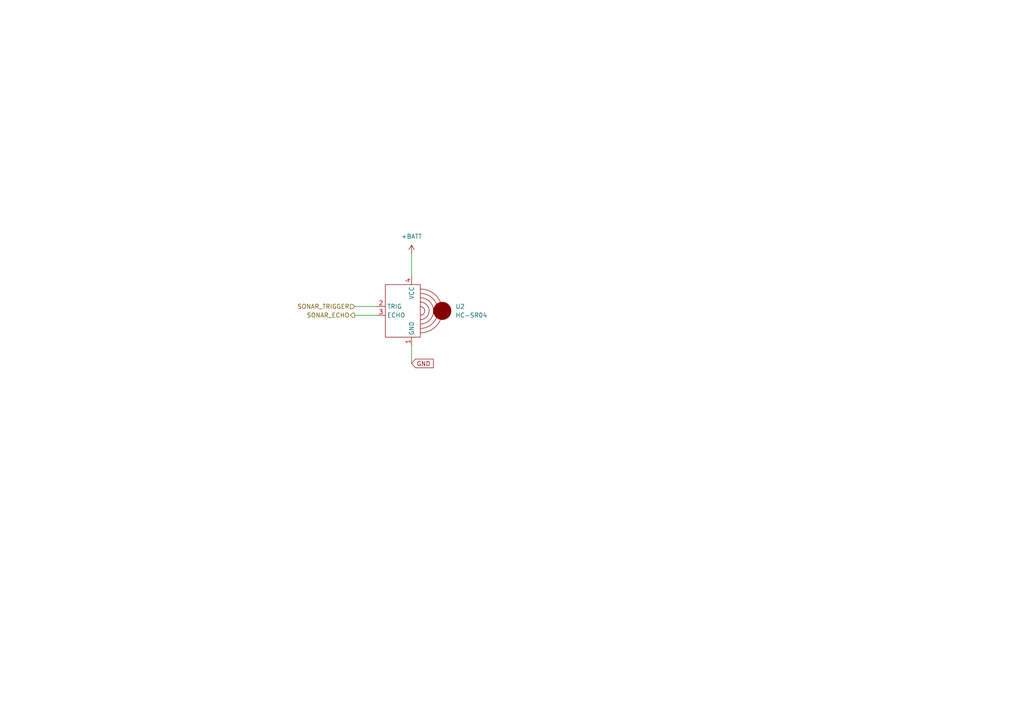
<source format=kicad_sch>
(kicad_sch (version 20230121) (generator eeschema)
  (paper "A4")
  (lib_symbols
    (symbol "minimouse:HC-SR04"
      (property "Reference" "U" (at 0 0 0))
      (property "Value" "HC-SR04" (at 0 0 0))
      (symbol "HC-SR04_0_1"
        (rectangle (start -7.62 7.62) (end 2.54 -7.62))
        (arc (start 2.54 -6.35) (mid 7.0301 -4.4901) (end 8.89 0))
        (arc (start 2.54 -5.08) (mid 6.1321 -3.5921) (end 7.62 0))
        (arc (start 2.54 -3.81) (mid 5.2341 -2.6941) (end 6.35 0))
        (arc (start 2.54 -2.54) (mid 4.3361 -1.7961) (end 5.08 0))
        (arc (start 2.54 -1.27) (mid 3.438 -0.898) (end 3.81 0))
        (arc (start 3.81 0) (mid 3.438 0.898) (end 2.54 1.27))
        (arc (start 5.08 0) (mid 4.3361 1.7961) (end 2.54 2.54))
        (arc (start 6.35 0) (mid 5.2341 2.6941) (end 2.54 3.81))
        (arc (start 7.62 0) (mid 6.1321 3.5921) (end 2.54 5.08))
        (arc (start 8.89 0) (mid 7.0301 4.4901) (end 2.54 6.35))
      )
      (symbol "HC-SR04_1_1"
        (circle (center 8.89 0) (radius 2.54) (fill (type outline)))
        (pin power_in line (at 0 -10.16 90) (length 2.54) (name "GND") (number "1"))
        (pin input line (at -10.16 1.27 0) (length 2.54) (name "TRIG") (number "2"))
        (pin output line (at -10.16 -1.27 0) (length 2.54) (name "ECHO") (number "3"))
        (pin power_in line (at 0 10.16 270) (length 2.54) (name "VCC") (number "4"))
      )
    )
    (symbol "power:+BATT" (power) (pin_names (offset 0))
      (property "Value" "+BATT" (at 0 3.556 0))
      (symbol "+BATT_0_1"
        (polyline (pts (xy -0.762 1.27) (xy 0 2.54)))
        (polyline (pts (xy 0 0) (xy 0 2.54)))
        (polyline (pts (xy 0 2.54) (xy 0.762 1.27)))
      )
      (symbol "+BATT_1_1"
        (pin power_in line (at 0 0 90) (length 0) hide (name "+BATT") (number "1"))
      )
    )
  )
  (wire (pts (xy 102.87 91.44) (xy 109.22 91.44)))
  (wire (pts (xy 119.38 73.66) (xy 119.38 80.01)))
  (wire (pts (xy 102.87 88.9) (xy 109.22 88.9)))
  (wire (pts (xy 119.38 100.33) (xy 119.38 105.41)))
  (global_label "GND" (shape input) (at 119.38 105.41 0) (property "Intersheetrefs" "${INTERSHEET_REFS}" (effects hide)))
  (hierarchical_label "SONAR_TRIGGER" (shape input) (at 102.87 88.9 180))
  (hierarchical_label "SONAR_ECHO" (shape output) (at 102.87 91.44 180))
  (symbol (lib_id "minimouse:HC-SR04") (at 119.38 90.17 0) (unit 1)
    (property "Reference" "U2" (at 132.08 88.9 0) (effects (justify left)))
    (property "Value" "HC-SR04" (at 132.08 91.44 0) (effects (justify left)))
    (property "Footprint" "minimouse:HC-SR04" (effects hide))
  )
  (symbol (lib_id "power:+BATT") (at 119.38 73.66 0) (unit 1)
    (property "Reference" "#PWR08" (effects hide))
    (property "Value" "+BATT" (at 119.38 68.58 0))
  )
)
</source>
